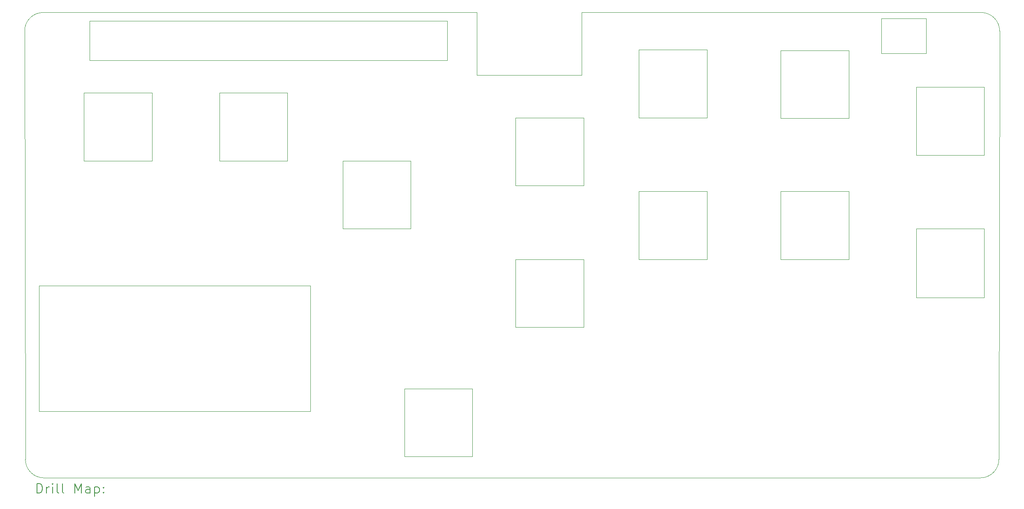
<source format=gbr>
%FSLAX45Y45*%
G04 Gerber Fmt 4.5, Leading zero omitted, Abs format (unit mm)*
G04 Created by KiCad (PCBNEW (6.0.4)) date 2022-06-27 13:40:30*
%MOMM*%
%LPD*%
G01*
G04 APERTURE LIST*
%TA.AperFunction,Profile*%
%ADD10C,0.100000*%
%TD*%
%ADD11C,0.200000*%
G04 APERTURE END LIST*
D10*
X12573000Y-17018000D02*
X12557592Y-8181000D01*
X32639000Y-8181000D02*
G75*
G03*
X32258000Y-7800000I-381000J0D01*
G01*
X21869400Y-9093200D02*
X24028400Y-9093200D01*
X29530000Y-12890000D02*
X28130000Y-12890000D01*
X28130000Y-12890000D02*
X28130000Y-11490000D01*
X28130000Y-11490000D02*
X29530000Y-11490000D01*
X29530000Y-11490000D02*
X29530000Y-12890000D01*
X21780000Y-16960000D02*
X20380000Y-16960000D01*
X20380000Y-16960000D02*
X20380000Y-15560000D01*
X20380000Y-15560000D02*
X21780000Y-15560000D01*
X21780000Y-15560000D02*
X21780000Y-16960000D01*
X29530000Y-9980000D02*
X28130000Y-9980000D01*
X28130000Y-9980000D02*
X28130000Y-8580000D01*
X28130000Y-8580000D02*
X29530000Y-8580000D01*
X29530000Y-8580000D02*
X29530000Y-9980000D01*
X32320000Y-13680000D02*
X30920000Y-13680000D01*
X30920000Y-13680000D02*
X30920000Y-12260000D01*
X30920000Y-12260000D02*
X32320000Y-12260000D01*
X32320000Y-12260000D02*
X32320000Y-13680000D01*
X12852400Y-13436600D02*
X18440400Y-13436600D01*
X18440400Y-13436600D02*
X18440400Y-16027400D01*
X18440400Y-16027400D02*
X12852400Y-16027400D01*
X12852400Y-16027400D02*
X12852400Y-13436600D01*
X12954000Y-17399000D02*
X32242592Y-17399000D01*
X12573000Y-17018000D02*
G75*
G03*
X12954000Y-17399000I381000J0D01*
G01*
X24070000Y-14290000D02*
X22670000Y-14290000D01*
X22670000Y-14290000D02*
X22670000Y-12890000D01*
X22670000Y-12890000D02*
X24070000Y-12890000D01*
X24070000Y-12890000D02*
X24070000Y-14290000D01*
X21869400Y-7797800D02*
X12938592Y-7800000D01*
X13893800Y-7975600D02*
X21259800Y-7975600D01*
X21259800Y-7975600D02*
X21259800Y-8788400D01*
X21259800Y-8788400D02*
X13893800Y-8788400D01*
X13893800Y-8788400D02*
X13893800Y-7975600D01*
X32623592Y-17018000D02*
X32639000Y-8181000D01*
X17970000Y-10860000D02*
X16570000Y-10860000D01*
X16570000Y-10860000D02*
X16570000Y-9460000D01*
X16570000Y-9460000D02*
X17970000Y-9460000D01*
X17970000Y-9460000D02*
X17970000Y-10860000D01*
X26610000Y-9970000D02*
X25210000Y-9970000D01*
X25210000Y-9970000D02*
X25210000Y-8570000D01*
X25210000Y-8570000D02*
X26610000Y-8570000D01*
X26610000Y-8570000D02*
X26610000Y-9970000D01*
X31124600Y-8639520D02*
X30204400Y-8639520D01*
X30204400Y-8639520D02*
X30204400Y-7924400D01*
X30204400Y-7924400D02*
X31124600Y-7924400D01*
X31124600Y-7924400D02*
X31124600Y-8639520D01*
X12938592Y-7800002D02*
G75*
G03*
X12557592Y-8181000I-2J-380998D01*
G01*
X32320000Y-10740000D02*
X30920000Y-10740000D01*
X30920000Y-10740000D02*
X30920000Y-9340000D01*
X30920000Y-9340000D02*
X32320000Y-9340000D01*
X32320000Y-9340000D02*
X32320000Y-10740000D01*
X32242592Y-17399002D02*
G75*
G03*
X32623592Y-17018000I-2J381002D01*
G01*
X15180000Y-10860000D02*
X13780000Y-10860000D01*
X13780000Y-10860000D02*
X13780000Y-9460000D01*
X13780000Y-9460000D02*
X15180000Y-9460000D01*
X15180000Y-9460000D02*
X15180000Y-10860000D01*
X24028400Y-9093200D02*
X24028400Y-7797800D01*
X20510000Y-12260000D02*
X19110000Y-12260000D01*
X19110000Y-12260000D02*
X19110000Y-10860000D01*
X19110000Y-10860000D02*
X20510000Y-10860000D01*
X20510000Y-10860000D02*
X20510000Y-12260000D01*
X26610000Y-12890000D02*
X25210000Y-12890000D01*
X25210000Y-12890000D02*
X25210000Y-11490000D01*
X25210000Y-11490000D02*
X26610000Y-11490000D01*
X26610000Y-11490000D02*
X26610000Y-12890000D01*
X21869400Y-7797800D02*
X21869400Y-9093200D01*
X24028400Y-7797800D02*
X32258000Y-7800000D01*
X24070000Y-11370000D02*
X22670000Y-11370000D01*
X22670000Y-11370000D02*
X22670000Y-9970000D01*
X22670000Y-9970000D02*
X24070000Y-9970000D01*
X24070000Y-9970000D02*
X24070000Y-11370000D01*
D11*
X12810211Y-17714476D02*
X12810211Y-17514476D01*
X12857830Y-17514476D01*
X12886402Y-17524000D01*
X12905449Y-17543048D01*
X12914973Y-17562095D01*
X12924497Y-17600190D01*
X12924497Y-17628762D01*
X12914973Y-17666857D01*
X12905449Y-17685905D01*
X12886402Y-17704952D01*
X12857830Y-17714476D01*
X12810211Y-17714476D01*
X13010211Y-17714476D02*
X13010211Y-17581143D01*
X13010211Y-17619238D02*
X13019735Y-17600190D01*
X13029259Y-17590667D01*
X13048306Y-17581143D01*
X13067354Y-17581143D01*
X13134021Y-17714476D02*
X13134021Y-17581143D01*
X13134021Y-17514476D02*
X13124497Y-17524000D01*
X13134021Y-17533524D01*
X13143545Y-17524000D01*
X13134021Y-17514476D01*
X13134021Y-17533524D01*
X13257830Y-17714476D02*
X13238783Y-17704952D01*
X13229259Y-17685905D01*
X13229259Y-17514476D01*
X13362592Y-17714476D02*
X13343545Y-17704952D01*
X13334021Y-17685905D01*
X13334021Y-17514476D01*
X13591164Y-17714476D02*
X13591164Y-17514476D01*
X13657830Y-17657333D01*
X13724497Y-17514476D01*
X13724497Y-17714476D01*
X13905449Y-17714476D02*
X13905449Y-17609714D01*
X13895926Y-17590667D01*
X13876878Y-17581143D01*
X13838783Y-17581143D01*
X13819735Y-17590667D01*
X13905449Y-17704952D02*
X13886402Y-17714476D01*
X13838783Y-17714476D01*
X13819735Y-17704952D01*
X13810211Y-17685905D01*
X13810211Y-17666857D01*
X13819735Y-17647810D01*
X13838783Y-17638286D01*
X13886402Y-17638286D01*
X13905449Y-17628762D01*
X14000687Y-17581143D02*
X14000687Y-17781143D01*
X14000687Y-17590667D02*
X14019735Y-17581143D01*
X14057830Y-17581143D01*
X14076878Y-17590667D01*
X14086402Y-17600190D01*
X14095926Y-17619238D01*
X14095926Y-17676381D01*
X14086402Y-17695429D01*
X14076878Y-17704952D01*
X14057830Y-17714476D01*
X14019735Y-17714476D01*
X14000687Y-17704952D01*
X14181640Y-17695429D02*
X14191164Y-17704952D01*
X14181640Y-17714476D01*
X14172116Y-17704952D01*
X14181640Y-17695429D01*
X14181640Y-17714476D01*
X14181640Y-17590667D02*
X14191164Y-17600190D01*
X14181640Y-17609714D01*
X14172116Y-17600190D01*
X14181640Y-17590667D01*
X14181640Y-17609714D01*
M02*

</source>
